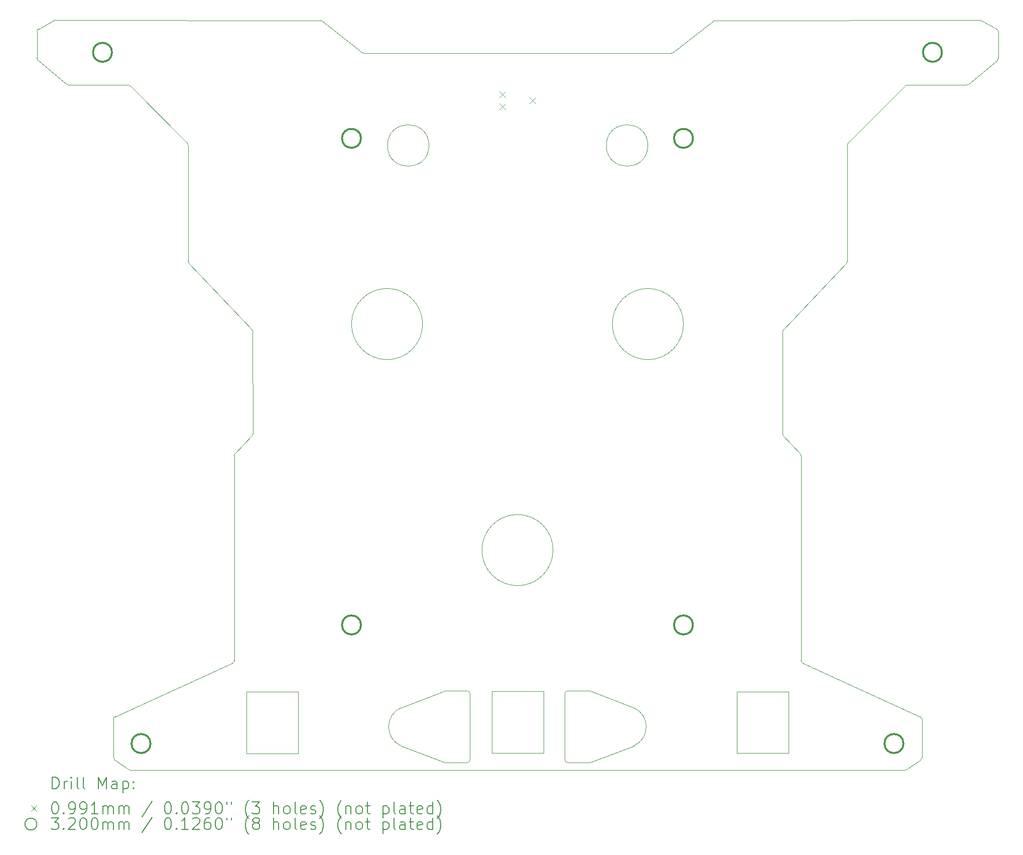
<source format=gbr>
%TF.GenerationSoftware,KiCad,Pcbnew,8.0.2*%
%TF.CreationDate,2025-01-25T18:37:30-07:00*%
%TF.ProjectId,steering wheel v4,73746565-7269-46e6-9720-776865656c20,rev?*%
%TF.SameCoordinates,Original*%
%TF.FileFunction,Drillmap*%
%TF.FilePolarity,Positive*%
%FSLAX45Y45*%
G04 Gerber Fmt 4.5, Leading zero omitted, Abs format (unit mm)*
G04 Created by KiCad (PCBNEW 8.0.2) date 2025-01-25 18:37:30*
%MOMM*%
%LPD*%
G01*
G04 APERTURE LIST*
%ADD10C,0.050000*%
%ADD11C,0.200000*%
%ADD12C,0.100000*%
%ADD13C,0.320000*%
G04 APERTURE END LIST*
D10*
X10709954Y-7767673D02*
G75*
G02*
X10723747Y-7801989I-36194J-34477D01*
G01*
X8670357Y-15200000D02*
X15195075Y-15200000D01*
X21728393Y-3665936D02*
G75*
G02*
X21763748Y-3651290I35357J-35354D01*
G01*
X14392000Y-15021221D02*
X14392000Y-13911221D01*
X20753088Y-4661952D02*
X20753088Y-6621239D01*
X22013038Y-14340931D02*
X22013038Y-14987505D01*
X7087112Y-2750819D02*
G75*
G02*
X7112971Y-2707036I49998J-1D01*
G01*
X22995149Y-2558644D02*
G75*
G02*
X23019324Y-2564857I31J-50017D01*
G01*
X20004776Y-13392137D02*
X21983799Y-14295446D01*
X20753088Y-4661952D02*
G75*
G02*
X20767734Y-4626597I49992J2D01*
G01*
X8670357Y-15200000D02*
G75*
G02*
X8642584Y-15191575I3J50000D01*
G01*
X7395000Y-2558644D02*
X11864912Y-2561530D01*
X17811605Y-3105691D02*
G75*
G02*
X17780820Y-3116291I-30785J39401D01*
G01*
X21747567Y-15191576D02*
G75*
G02*
X21719793Y-15199999I-27767J41556D01*
G01*
X22013038Y-14987505D02*
G75*
G02*
X21990813Y-15029084I-49998J-5D01*
G01*
X8377112Y-14340931D02*
G75*
G02*
X8406351Y-14295446I49998J2D01*
G01*
X22765042Y-3651291D02*
X21763748Y-3651291D01*
X19666402Y-7801989D02*
X19660605Y-9523879D01*
X13972680Y-13861000D02*
X14342030Y-13861221D01*
X13972680Y-15071000D02*
X14341970Y-15071221D01*
X21990812Y-15029082D02*
X21747567Y-15191576D01*
X19666402Y-7801989D02*
G75*
G02*
X19680194Y-7767670I50019J-171D01*
G01*
X23277180Y-2707034D02*
G75*
G02*
X23303036Y-2750819I-24130J-43776D01*
G01*
X20753088Y-6621239D02*
G75*
G02*
X20739293Y-6655724I-49998J-1D01*
G01*
X8399338Y-15029082D02*
X8642583Y-15191576D01*
X16040970Y-15071779D02*
G75*
G02*
X15991001Y-15021779I30J49999D01*
G01*
X16040970Y-15071779D02*
X16410320Y-15072000D01*
X23277180Y-2707034D02*
X23019324Y-2564858D01*
X15991000Y-13911779D02*
G75*
G02*
X16041030Y-13861780I50000J-1D01*
G01*
X10414612Y-13346651D02*
G75*
G02*
X10385374Y-13392137I-50002J1D01*
G01*
X10723748Y-7801989D02*
X10729545Y-9523879D01*
X19975538Y-9898607D02*
X19975538Y-13346651D01*
X12609329Y-3116291D02*
G75*
G02*
X12578545Y-3105691I1J50001D01*
G01*
X22995149Y-2558644D02*
X18525238Y-2561530D01*
X17391075Y-4669392D02*
G75*
G02*
X16691075Y-4669392I-350000J0D01*
G01*
X16691075Y-4669392D02*
G75*
G02*
X17391075Y-4669392I350000J0D01*
G01*
X18494486Y-2572131D02*
G75*
G02*
X18525238Y-2561530I30784J-39400D01*
G01*
X7370826Y-2564858D02*
G75*
G02*
X7395000Y-2558645I24134J-43762D01*
G01*
X9650856Y-6655724D02*
X10709954Y-7767673D01*
X19674178Y-9558298D02*
G75*
G02*
X19660606Y-9523879I36422J34248D01*
G01*
X10414612Y-9898607D02*
X10414612Y-13346651D01*
X7625107Y-3651291D02*
X8626402Y-3651291D01*
X22796905Y-3639824D02*
G75*
G02*
X22765042Y-3651292I-31866J38534D01*
G01*
X8377112Y-14340931D02*
X8377112Y-14987505D01*
X9622417Y-4626596D02*
G75*
G02*
X9637064Y-4661952I-35367J-35364D01*
G01*
X7105249Y-3236289D02*
X7593244Y-3639824D01*
X15792112Y-11488791D02*
G75*
G02*
X14592112Y-11488791I-600000J0D01*
G01*
X14592112Y-11488791D02*
G75*
G02*
X15792112Y-11488791I600000J0D01*
G01*
X23303038Y-3197757D02*
G75*
G02*
X23284899Y-3236287I-49988J-3D01*
G01*
X8661757Y-3665936D02*
X9622417Y-4626596D01*
X8399338Y-15029082D02*
G75*
G02*
X8377115Y-14987505I27772J41572D01*
G01*
X7625107Y-3651291D02*
G75*
G02*
X7593245Y-3639823I3J50001D01*
G01*
X10428186Y-9864355D02*
X10715971Y-9558298D01*
X13228680Y-14787000D02*
G75*
G02*
X13228680Y-14145000I140000J321000D01*
G01*
X7112970Y-2707034D02*
X7370826Y-2564858D01*
X16041030Y-13861779D02*
X16410320Y-13862000D01*
X20004776Y-13392137D02*
G75*
G02*
X19975538Y-13346651I20764J45487D01*
G01*
X23284901Y-3236289D02*
X22796905Y-3639824D01*
X13699075Y-4669392D02*
G75*
G02*
X12999075Y-4669392I-350000J0D01*
G01*
X12999075Y-4669392D02*
G75*
G02*
X13699075Y-4669392I350000J0D01*
G01*
X21719793Y-15200000D02*
X15195075Y-15200000D01*
X16410320Y-15072000D02*
X17154320Y-14788000D01*
X7087112Y-3197757D02*
X7087112Y-2750819D01*
X15195075Y-3116291D02*
X17780820Y-3116291D01*
X15991000Y-15021779D02*
X15991000Y-13911779D01*
X13592112Y-7678791D02*
G75*
G02*
X12392112Y-7678791I-600000J0D01*
G01*
X12392112Y-7678791D02*
G75*
G02*
X13592112Y-7678791I600000J0D01*
G01*
X9650856Y-6655724D02*
G75*
G02*
X9637062Y-6621239I36204J34484D01*
G01*
X15195075Y-3116291D02*
X12609329Y-3116291D01*
X10729545Y-9523879D02*
G75*
G02*
X10715972Y-9558299I-49995J-171D01*
G01*
X10414612Y-9898607D02*
G75*
G02*
X10428188Y-9864357I49998J-3D01*
G01*
X20739293Y-6655724D02*
X19680196Y-7767673D01*
X14392000Y-15021221D02*
G75*
G02*
X14341970Y-15071220I-50000J1D01*
G01*
X9637062Y-4661952D02*
X9637062Y-6621239D01*
X11864912Y-2561530D02*
G75*
G02*
X11895664Y-2572130I-32J-50000D01*
G01*
X11895664Y-2572131D02*
X12578545Y-3105691D01*
X23303038Y-3197757D02*
X23303038Y-2750819D01*
X19961964Y-9864355D02*
X19674178Y-9558298D01*
X14342030Y-13861221D02*
G75*
G02*
X14391999Y-13911221I-30J-49999D01*
G01*
X13972680Y-15071000D02*
X13228680Y-14787000D01*
X17154320Y-14146000D02*
G75*
G02*
X17154320Y-14788000I-140000J-321000D01*
G01*
X16410320Y-13862000D02*
X17154320Y-14146000D01*
X21728393Y-3665936D02*
X20767733Y-4626596D01*
X13972680Y-13861000D02*
X13228680Y-14145000D01*
X17992112Y-7678791D02*
G75*
G02*
X16792112Y-7678791I-600000J0D01*
G01*
X16792112Y-7678791D02*
G75*
G02*
X17992112Y-7678791I600000J0D01*
G01*
X7105249Y-3236289D02*
G75*
G02*
X7087110Y-3197757I31871J38539D01*
G01*
X10385374Y-13392137D02*
X8406351Y-14295446D01*
X18494486Y-2572131D02*
X17811605Y-3105691D01*
X21983799Y-14295446D02*
G75*
G02*
X22013038Y-14340931I-20759J-45484D01*
G01*
X8626402Y-3651291D02*
G75*
G02*
X8661756Y-3665937I-2J-49999D01*
G01*
X19961964Y-9864355D02*
G75*
G02*
X19975541Y-9898607I-36424J-34255D01*
G01*
X19764612Y-14908791D02*
X18894612Y-14908791D01*
X18894612Y-13873791D01*
X19764612Y-13873791D01*
X19764612Y-14908791D01*
X15629612Y-14906291D02*
X14759612Y-14906291D01*
X14759612Y-13871291D01*
X15629612Y-13871291D01*
X15629612Y-14906291D01*
X11494612Y-14913791D02*
X10624612Y-14913791D01*
X10624612Y-13878791D01*
X11494612Y-13878791D01*
X11494612Y-14913791D01*
D11*
D12*
X14888582Y-3757661D02*
X14987642Y-3856721D01*
X14987642Y-3757661D02*
X14888582Y-3856721D01*
X14888582Y-3960861D02*
X14987642Y-4059921D01*
X14987642Y-3960861D02*
X14888582Y-4059921D01*
X15396582Y-3859261D02*
X15495642Y-3958321D01*
X15495642Y-3859261D02*
X15396582Y-3958321D01*
D13*
X8352112Y-3098791D02*
G75*
G02*
X8032112Y-3098791I-160000J0D01*
G01*
X8032112Y-3098791D02*
G75*
G02*
X8352112Y-3098791I160000J0D01*
G01*
X9002112Y-14748791D02*
G75*
G02*
X8682112Y-14748791I-160000J0D01*
G01*
X8682112Y-14748791D02*
G75*
G02*
X9002112Y-14748791I160000J0D01*
G01*
X12552112Y-4548791D02*
G75*
G02*
X12232112Y-4548791I-160000J0D01*
G01*
X12232112Y-4548791D02*
G75*
G02*
X12552112Y-4548791I160000J0D01*
G01*
X12552112Y-12750000D02*
G75*
G02*
X12232112Y-12750000I-160000J0D01*
G01*
X12232112Y-12750000D02*
G75*
G02*
X12552112Y-12750000I160000J0D01*
G01*
X18152112Y-4548791D02*
G75*
G02*
X17832112Y-4548791I-160000J0D01*
G01*
X17832112Y-4548791D02*
G75*
G02*
X18152112Y-4548791I160000J0D01*
G01*
X18152112Y-12750000D02*
G75*
G02*
X17832112Y-12750000I-160000J0D01*
G01*
X17832112Y-12750000D02*
G75*
G02*
X18152112Y-12750000I160000J0D01*
G01*
X21702112Y-14748791D02*
G75*
G02*
X21382112Y-14748791I-160000J0D01*
G01*
X21382112Y-14748791D02*
G75*
G02*
X21702112Y-14748791I160000J0D01*
G01*
X22352112Y-3098791D02*
G75*
G02*
X22032112Y-3098791I-160000J0D01*
G01*
X22032112Y-3098791D02*
G75*
G02*
X22352112Y-3098791I160000J0D01*
G01*
D11*
X7345389Y-15513984D02*
X7345389Y-15313984D01*
X7345389Y-15313984D02*
X7393008Y-15313984D01*
X7393008Y-15313984D02*
X7421579Y-15323508D01*
X7421579Y-15323508D02*
X7440627Y-15342555D01*
X7440627Y-15342555D02*
X7450151Y-15361603D01*
X7450151Y-15361603D02*
X7459675Y-15399698D01*
X7459675Y-15399698D02*
X7459675Y-15428269D01*
X7459675Y-15428269D02*
X7450151Y-15466365D01*
X7450151Y-15466365D02*
X7440627Y-15485412D01*
X7440627Y-15485412D02*
X7421579Y-15504460D01*
X7421579Y-15504460D02*
X7393008Y-15513984D01*
X7393008Y-15513984D02*
X7345389Y-15513984D01*
X7545389Y-15513984D02*
X7545389Y-15380650D01*
X7545389Y-15418746D02*
X7554913Y-15399698D01*
X7554913Y-15399698D02*
X7564437Y-15390174D01*
X7564437Y-15390174D02*
X7583484Y-15380650D01*
X7583484Y-15380650D02*
X7602532Y-15380650D01*
X7669198Y-15513984D02*
X7669198Y-15380650D01*
X7669198Y-15313984D02*
X7659675Y-15323508D01*
X7659675Y-15323508D02*
X7669198Y-15333031D01*
X7669198Y-15333031D02*
X7678722Y-15323508D01*
X7678722Y-15323508D02*
X7669198Y-15313984D01*
X7669198Y-15313984D02*
X7669198Y-15333031D01*
X7793008Y-15513984D02*
X7773960Y-15504460D01*
X7773960Y-15504460D02*
X7764437Y-15485412D01*
X7764437Y-15485412D02*
X7764437Y-15313984D01*
X7897770Y-15513984D02*
X7878722Y-15504460D01*
X7878722Y-15504460D02*
X7869198Y-15485412D01*
X7869198Y-15485412D02*
X7869198Y-15313984D01*
X8126341Y-15513984D02*
X8126341Y-15313984D01*
X8126341Y-15313984D02*
X8193008Y-15456841D01*
X8193008Y-15456841D02*
X8259675Y-15313984D01*
X8259675Y-15313984D02*
X8259675Y-15513984D01*
X8440627Y-15513984D02*
X8440627Y-15409222D01*
X8440627Y-15409222D02*
X8431103Y-15390174D01*
X8431103Y-15390174D02*
X8412056Y-15380650D01*
X8412056Y-15380650D02*
X8373960Y-15380650D01*
X8373960Y-15380650D02*
X8354913Y-15390174D01*
X8440627Y-15504460D02*
X8421580Y-15513984D01*
X8421580Y-15513984D02*
X8373960Y-15513984D01*
X8373960Y-15513984D02*
X8354913Y-15504460D01*
X8354913Y-15504460D02*
X8345389Y-15485412D01*
X8345389Y-15485412D02*
X8345389Y-15466365D01*
X8345389Y-15466365D02*
X8354913Y-15447317D01*
X8354913Y-15447317D02*
X8373960Y-15437793D01*
X8373960Y-15437793D02*
X8421580Y-15437793D01*
X8421580Y-15437793D02*
X8440627Y-15428269D01*
X8535865Y-15380650D02*
X8535865Y-15580650D01*
X8535865Y-15390174D02*
X8554913Y-15380650D01*
X8554913Y-15380650D02*
X8593008Y-15380650D01*
X8593008Y-15380650D02*
X8612056Y-15390174D01*
X8612056Y-15390174D02*
X8621580Y-15399698D01*
X8621580Y-15399698D02*
X8631103Y-15418746D01*
X8631103Y-15418746D02*
X8631103Y-15475888D01*
X8631103Y-15475888D02*
X8621580Y-15494936D01*
X8621580Y-15494936D02*
X8612056Y-15504460D01*
X8612056Y-15504460D02*
X8593008Y-15513984D01*
X8593008Y-15513984D02*
X8554913Y-15513984D01*
X8554913Y-15513984D02*
X8535865Y-15504460D01*
X8716818Y-15494936D02*
X8726341Y-15504460D01*
X8726341Y-15504460D02*
X8716818Y-15513984D01*
X8716818Y-15513984D02*
X8707294Y-15504460D01*
X8707294Y-15504460D02*
X8716818Y-15494936D01*
X8716818Y-15494936D02*
X8716818Y-15513984D01*
X8716818Y-15390174D02*
X8726341Y-15399698D01*
X8726341Y-15399698D02*
X8716818Y-15409222D01*
X8716818Y-15409222D02*
X8707294Y-15399698D01*
X8707294Y-15399698D02*
X8716818Y-15390174D01*
X8716818Y-15390174D02*
X8716818Y-15409222D01*
D12*
X6985552Y-15792970D02*
X7084612Y-15892030D01*
X7084612Y-15792970D02*
X6985552Y-15892030D01*
D11*
X7383484Y-15733984D02*
X7402532Y-15733984D01*
X7402532Y-15733984D02*
X7421579Y-15743508D01*
X7421579Y-15743508D02*
X7431103Y-15753031D01*
X7431103Y-15753031D02*
X7440627Y-15772079D01*
X7440627Y-15772079D02*
X7450151Y-15810174D01*
X7450151Y-15810174D02*
X7450151Y-15857793D01*
X7450151Y-15857793D02*
X7440627Y-15895888D01*
X7440627Y-15895888D02*
X7431103Y-15914936D01*
X7431103Y-15914936D02*
X7421579Y-15924460D01*
X7421579Y-15924460D02*
X7402532Y-15933984D01*
X7402532Y-15933984D02*
X7383484Y-15933984D01*
X7383484Y-15933984D02*
X7364437Y-15924460D01*
X7364437Y-15924460D02*
X7354913Y-15914936D01*
X7354913Y-15914936D02*
X7345389Y-15895888D01*
X7345389Y-15895888D02*
X7335865Y-15857793D01*
X7335865Y-15857793D02*
X7335865Y-15810174D01*
X7335865Y-15810174D02*
X7345389Y-15772079D01*
X7345389Y-15772079D02*
X7354913Y-15753031D01*
X7354913Y-15753031D02*
X7364437Y-15743508D01*
X7364437Y-15743508D02*
X7383484Y-15733984D01*
X7535865Y-15914936D02*
X7545389Y-15924460D01*
X7545389Y-15924460D02*
X7535865Y-15933984D01*
X7535865Y-15933984D02*
X7526341Y-15924460D01*
X7526341Y-15924460D02*
X7535865Y-15914936D01*
X7535865Y-15914936D02*
X7535865Y-15933984D01*
X7640627Y-15933984D02*
X7678722Y-15933984D01*
X7678722Y-15933984D02*
X7697770Y-15924460D01*
X7697770Y-15924460D02*
X7707294Y-15914936D01*
X7707294Y-15914936D02*
X7726341Y-15886365D01*
X7726341Y-15886365D02*
X7735865Y-15848269D01*
X7735865Y-15848269D02*
X7735865Y-15772079D01*
X7735865Y-15772079D02*
X7726341Y-15753031D01*
X7726341Y-15753031D02*
X7716818Y-15743508D01*
X7716818Y-15743508D02*
X7697770Y-15733984D01*
X7697770Y-15733984D02*
X7659675Y-15733984D01*
X7659675Y-15733984D02*
X7640627Y-15743508D01*
X7640627Y-15743508D02*
X7631103Y-15753031D01*
X7631103Y-15753031D02*
X7621579Y-15772079D01*
X7621579Y-15772079D02*
X7621579Y-15819698D01*
X7621579Y-15819698D02*
X7631103Y-15838746D01*
X7631103Y-15838746D02*
X7640627Y-15848269D01*
X7640627Y-15848269D02*
X7659675Y-15857793D01*
X7659675Y-15857793D02*
X7697770Y-15857793D01*
X7697770Y-15857793D02*
X7716818Y-15848269D01*
X7716818Y-15848269D02*
X7726341Y-15838746D01*
X7726341Y-15838746D02*
X7735865Y-15819698D01*
X7831103Y-15933984D02*
X7869198Y-15933984D01*
X7869198Y-15933984D02*
X7888246Y-15924460D01*
X7888246Y-15924460D02*
X7897770Y-15914936D01*
X7897770Y-15914936D02*
X7916818Y-15886365D01*
X7916818Y-15886365D02*
X7926341Y-15848269D01*
X7926341Y-15848269D02*
X7926341Y-15772079D01*
X7926341Y-15772079D02*
X7916818Y-15753031D01*
X7916818Y-15753031D02*
X7907294Y-15743508D01*
X7907294Y-15743508D02*
X7888246Y-15733984D01*
X7888246Y-15733984D02*
X7850151Y-15733984D01*
X7850151Y-15733984D02*
X7831103Y-15743508D01*
X7831103Y-15743508D02*
X7821579Y-15753031D01*
X7821579Y-15753031D02*
X7812056Y-15772079D01*
X7812056Y-15772079D02*
X7812056Y-15819698D01*
X7812056Y-15819698D02*
X7821579Y-15838746D01*
X7821579Y-15838746D02*
X7831103Y-15848269D01*
X7831103Y-15848269D02*
X7850151Y-15857793D01*
X7850151Y-15857793D02*
X7888246Y-15857793D01*
X7888246Y-15857793D02*
X7907294Y-15848269D01*
X7907294Y-15848269D02*
X7916818Y-15838746D01*
X7916818Y-15838746D02*
X7926341Y-15819698D01*
X8116818Y-15933984D02*
X8002532Y-15933984D01*
X8059675Y-15933984D02*
X8059675Y-15733984D01*
X8059675Y-15733984D02*
X8040627Y-15762555D01*
X8040627Y-15762555D02*
X8021579Y-15781603D01*
X8021579Y-15781603D02*
X8002532Y-15791127D01*
X8202532Y-15933984D02*
X8202532Y-15800650D01*
X8202532Y-15819698D02*
X8212056Y-15810174D01*
X8212056Y-15810174D02*
X8231103Y-15800650D01*
X8231103Y-15800650D02*
X8259675Y-15800650D01*
X8259675Y-15800650D02*
X8278722Y-15810174D01*
X8278722Y-15810174D02*
X8288246Y-15829222D01*
X8288246Y-15829222D02*
X8288246Y-15933984D01*
X8288246Y-15829222D02*
X8297770Y-15810174D01*
X8297770Y-15810174D02*
X8316818Y-15800650D01*
X8316818Y-15800650D02*
X8345389Y-15800650D01*
X8345389Y-15800650D02*
X8364437Y-15810174D01*
X8364437Y-15810174D02*
X8373960Y-15829222D01*
X8373960Y-15829222D02*
X8373960Y-15933984D01*
X8469199Y-15933984D02*
X8469199Y-15800650D01*
X8469199Y-15819698D02*
X8478722Y-15810174D01*
X8478722Y-15810174D02*
X8497770Y-15800650D01*
X8497770Y-15800650D02*
X8526342Y-15800650D01*
X8526342Y-15800650D02*
X8545389Y-15810174D01*
X8545389Y-15810174D02*
X8554913Y-15829222D01*
X8554913Y-15829222D02*
X8554913Y-15933984D01*
X8554913Y-15829222D02*
X8564437Y-15810174D01*
X8564437Y-15810174D02*
X8583484Y-15800650D01*
X8583484Y-15800650D02*
X8612056Y-15800650D01*
X8612056Y-15800650D02*
X8631103Y-15810174D01*
X8631103Y-15810174D02*
X8640627Y-15829222D01*
X8640627Y-15829222D02*
X8640627Y-15933984D01*
X9031103Y-15724460D02*
X8859675Y-15981603D01*
X9288246Y-15733984D02*
X9307294Y-15733984D01*
X9307294Y-15733984D02*
X9326342Y-15743508D01*
X9326342Y-15743508D02*
X9335865Y-15753031D01*
X9335865Y-15753031D02*
X9345389Y-15772079D01*
X9345389Y-15772079D02*
X9354913Y-15810174D01*
X9354913Y-15810174D02*
X9354913Y-15857793D01*
X9354913Y-15857793D02*
X9345389Y-15895888D01*
X9345389Y-15895888D02*
X9335865Y-15914936D01*
X9335865Y-15914936D02*
X9326342Y-15924460D01*
X9326342Y-15924460D02*
X9307294Y-15933984D01*
X9307294Y-15933984D02*
X9288246Y-15933984D01*
X9288246Y-15933984D02*
X9269199Y-15924460D01*
X9269199Y-15924460D02*
X9259675Y-15914936D01*
X9259675Y-15914936D02*
X9250151Y-15895888D01*
X9250151Y-15895888D02*
X9240627Y-15857793D01*
X9240627Y-15857793D02*
X9240627Y-15810174D01*
X9240627Y-15810174D02*
X9250151Y-15772079D01*
X9250151Y-15772079D02*
X9259675Y-15753031D01*
X9259675Y-15753031D02*
X9269199Y-15743508D01*
X9269199Y-15743508D02*
X9288246Y-15733984D01*
X9440627Y-15914936D02*
X9450151Y-15924460D01*
X9450151Y-15924460D02*
X9440627Y-15933984D01*
X9440627Y-15933984D02*
X9431104Y-15924460D01*
X9431104Y-15924460D02*
X9440627Y-15914936D01*
X9440627Y-15914936D02*
X9440627Y-15933984D01*
X9573961Y-15733984D02*
X9593008Y-15733984D01*
X9593008Y-15733984D02*
X9612056Y-15743508D01*
X9612056Y-15743508D02*
X9621580Y-15753031D01*
X9621580Y-15753031D02*
X9631104Y-15772079D01*
X9631104Y-15772079D02*
X9640627Y-15810174D01*
X9640627Y-15810174D02*
X9640627Y-15857793D01*
X9640627Y-15857793D02*
X9631104Y-15895888D01*
X9631104Y-15895888D02*
X9621580Y-15914936D01*
X9621580Y-15914936D02*
X9612056Y-15924460D01*
X9612056Y-15924460D02*
X9593008Y-15933984D01*
X9593008Y-15933984D02*
X9573961Y-15933984D01*
X9573961Y-15933984D02*
X9554913Y-15924460D01*
X9554913Y-15924460D02*
X9545389Y-15914936D01*
X9545389Y-15914936D02*
X9535865Y-15895888D01*
X9535865Y-15895888D02*
X9526342Y-15857793D01*
X9526342Y-15857793D02*
X9526342Y-15810174D01*
X9526342Y-15810174D02*
X9535865Y-15772079D01*
X9535865Y-15772079D02*
X9545389Y-15753031D01*
X9545389Y-15753031D02*
X9554913Y-15743508D01*
X9554913Y-15743508D02*
X9573961Y-15733984D01*
X9707294Y-15733984D02*
X9831104Y-15733984D01*
X9831104Y-15733984D02*
X9764437Y-15810174D01*
X9764437Y-15810174D02*
X9793008Y-15810174D01*
X9793008Y-15810174D02*
X9812056Y-15819698D01*
X9812056Y-15819698D02*
X9821580Y-15829222D01*
X9821580Y-15829222D02*
X9831104Y-15848269D01*
X9831104Y-15848269D02*
X9831104Y-15895888D01*
X9831104Y-15895888D02*
X9821580Y-15914936D01*
X9821580Y-15914936D02*
X9812056Y-15924460D01*
X9812056Y-15924460D02*
X9793008Y-15933984D01*
X9793008Y-15933984D02*
X9735865Y-15933984D01*
X9735865Y-15933984D02*
X9716818Y-15924460D01*
X9716818Y-15924460D02*
X9707294Y-15914936D01*
X9926342Y-15933984D02*
X9964437Y-15933984D01*
X9964437Y-15933984D02*
X9983485Y-15924460D01*
X9983485Y-15924460D02*
X9993008Y-15914936D01*
X9993008Y-15914936D02*
X10012056Y-15886365D01*
X10012056Y-15886365D02*
X10021580Y-15848269D01*
X10021580Y-15848269D02*
X10021580Y-15772079D01*
X10021580Y-15772079D02*
X10012056Y-15753031D01*
X10012056Y-15753031D02*
X10002532Y-15743508D01*
X10002532Y-15743508D02*
X9983485Y-15733984D01*
X9983485Y-15733984D02*
X9945389Y-15733984D01*
X9945389Y-15733984D02*
X9926342Y-15743508D01*
X9926342Y-15743508D02*
X9916818Y-15753031D01*
X9916818Y-15753031D02*
X9907294Y-15772079D01*
X9907294Y-15772079D02*
X9907294Y-15819698D01*
X9907294Y-15819698D02*
X9916818Y-15838746D01*
X9916818Y-15838746D02*
X9926342Y-15848269D01*
X9926342Y-15848269D02*
X9945389Y-15857793D01*
X9945389Y-15857793D02*
X9983485Y-15857793D01*
X9983485Y-15857793D02*
X10002532Y-15848269D01*
X10002532Y-15848269D02*
X10012056Y-15838746D01*
X10012056Y-15838746D02*
X10021580Y-15819698D01*
X10145389Y-15733984D02*
X10164437Y-15733984D01*
X10164437Y-15733984D02*
X10183485Y-15743508D01*
X10183485Y-15743508D02*
X10193008Y-15753031D01*
X10193008Y-15753031D02*
X10202532Y-15772079D01*
X10202532Y-15772079D02*
X10212056Y-15810174D01*
X10212056Y-15810174D02*
X10212056Y-15857793D01*
X10212056Y-15857793D02*
X10202532Y-15895888D01*
X10202532Y-15895888D02*
X10193008Y-15914936D01*
X10193008Y-15914936D02*
X10183485Y-15924460D01*
X10183485Y-15924460D02*
X10164437Y-15933984D01*
X10164437Y-15933984D02*
X10145389Y-15933984D01*
X10145389Y-15933984D02*
X10126342Y-15924460D01*
X10126342Y-15924460D02*
X10116818Y-15914936D01*
X10116818Y-15914936D02*
X10107294Y-15895888D01*
X10107294Y-15895888D02*
X10097770Y-15857793D01*
X10097770Y-15857793D02*
X10097770Y-15810174D01*
X10097770Y-15810174D02*
X10107294Y-15772079D01*
X10107294Y-15772079D02*
X10116818Y-15753031D01*
X10116818Y-15753031D02*
X10126342Y-15743508D01*
X10126342Y-15743508D02*
X10145389Y-15733984D01*
X10288246Y-15733984D02*
X10288246Y-15772079D01*
X10364437Y-15733984D02*
X10364437Y-15772079D01*
X10659675Y-16010174D02*
X10650151Y-16000650D01*
X10650151Y-16000650D02*
X10631104Y-15972079D01*
X10631104Y-15972079D02*
X10621580Y-15953031D01*
X10621580Y-15953031D02*
X10612056Y-15924460D01*
X10612056Y-15924460D02*
X10602532Y-15876841D01*
X10602532Y-15876841D02*
X10602532Y-15838746D01*
X10602532Y-15838746D02*
X10612056Y-15791127D01*
X10612056Y-15791127D02*
X10621580Y-15762555D01*
X10621580Y-15762555D02*
X10631104Y-15743508D01*
X10631104Y-15743508D02*
X10650151Y-15714936D01*
X10650151Y-15714936D02*
X10659675Y-15705412D01*
X10716818Y-15733984D02*
X10840627Y-15733984D01*
X10840627Y-15733984D02*
X10773961Y-15810174D01*
X10773961Y-15810174D02*
X10802532Y-15810174D01*
X10802532Y-15810174D02*
X10821580Y-15819698D01*
X10821580Y-15819698D02*
X10831104Y-15829222D01*
X10831104Y-15829222D02*
X10840627Y-15848269D01*
X10840627Y-15848269D02*
X10840627Y-15895888D01*
X10840627Y-15895888D02*
X10831104Y-15914936D01*
X10831104Y-15914936D02*
X10821580Y-15924460D01*
X10821580Y-15924460D02*
X10802532Y-15933984D01*
X10802532Y-15933984D02*
X10745389Y-15933984D01*
X10745389Y-15933984D02*
X10726342Y-15924460D01*
X10726342Y-15924460D02*
X10716818Y-15914936D01*
X11078723Y-15933984D02*
X11078723Y-15733984D01*
X11164437Y-15933984D02*
X11164437Y-15829222D01*
X11164437Y-15829222D02*
X11154913Y-15810174D01*
X11154913Y-15810174D02*
X11135866Y-15800650D01*
X11135866Y-15800650D02*
X11107294Y-15800650D01*
X11107294Y-15800650D02*
X11088247Y-15810174D01*
X11088247Y-15810174D02*
X11078723Y-15819698D01*
X11288246Y-15933984D02*
X11269199Y-15924460D01*
X11269199Y-15924460D02*
X11259675Y-15914936D01*
X11259675Y-15914936D02*
X11250151Y-15895888D01*
X11250151Y-15895888D02*
X11250151Y-15838746D01*
X11250151Y-15838746D02*
X11259675Y-15819698D01*
X11259675Y-15819698D02*
X11269199Y-15810174D01*
X11269199Y-15810174D02*
X11288246Y-15800650D01*
X11288246Y-15800650D02*
X11316818Y-15800650D01*
X11316818Y-15800650D02*
X11335866Y-15810174D01*
X11335866Y-15810174D02*
X11345389Y-15819698D01*
X11345389Y-15819698D02*
X11354913Y-15838746D01*
X11354913Y-15838746D02*
X11354913Y-15895888D01*
X11354913Y-15895888D02*
X11345389Y-15914936D01*
X11345389Y-15914936D02*
X11335866Y-15924460D01*
X11335866Y-15924460D02*
X11316818Y-15933984D01*
X11316818Y-15933984D02*
X11288246Y-15933984D01*
X11469199Y-15933984D02*
X11450151Y-15924460D01*
X11450151Y-15924460D02*
X11440627Y-15905412D01*
X11440627Y-15905412D02*
X11440627Y-15733984D01*
X11621580Y-15924460D02*
X11602532Y-15933984D01*
X11602532Y-15933984D02*
X11564437Y-15933984D01*
X11564437Y-15933984D02*
X11545389Y-15924460D01*
X11545389Y-15924460D02*
X11535866Y-15905412D01*
X11535866Y-15905412D02*
X11535866Y-15829222D01*
X11535866Y-15829222D02*
X11545389Y-15810174D01*
X11545389Y-15810174D02*
X11564437Y-15800650D01*
X11564437Y-15800650D02*
X11602532Y-15800650D01*
X11602532Y-15800650D02*
X11621580Y-15810174D01*
X11621580Y-15810174D02*
X11631104Y-15829222D01*
X11631104Y-15829222D02*
X11631104Y-15848269D01*
X11631104Y-15848269D02*
X11535866Y-15867317D01*
X11707294Y-15924460D02*
X11726342Y-15933984D01*
X11726342Y-15933984D02*
X11764437Y-15933984D01*
X11764437Y-15933984D02*
X11783485Y-15924460D01*
X11783485Y-15924460D02*
X11793008Y-15905412D01*
X11793008Y-15905412D02*
X11793008Y-15895888D01*
X11793008Y-15895888D02*
X11783485Y-15876841D01*
X11783485Y-15876841D02*
X11764437Y-15867317D01*
X11764437Y-15867317D02*
X11735866Y-15867317D01*
X11735866Y-15867317D02*
X11716818Y-15857793D01*
X11716818Y-15857793D02*
X11707294Y-15838746D01*
X11707294Y-15838746D02*
X11707294Y-15829222D01*
X11707294Y-15829222D02*
X11716818Y-15810174D01*
X11716818Y-15810174D02*
X11735866Y-15800650D01*
X11735866Y-15800650D02*
X11764437Y-15800650D01*
X11764437Y-15800650D02*
X11783485Y-15810174D01*
X11859675Y-16010174D02*
X11869199Y-16000650D01*
X11869199Y-16000650D02*
X11888247Y-15972079D01*
X11888247Y-15972079D02*
X11897770Y-15953031D01*
X11897770Y-15953031D02*
X11907294Y-15924460D01*
X11907294Y-15924460D02*
X11916818Y-15876841D01*
X11916818Y-15876841D02*
X11916818Y-15838746D01*
X11916818Y-15838746D02*
X11907294Y-15791127D01*
X11907294Y-15791127D02*
X11897770Y-15762555D01*
X11897770Y-15762555D02*
X11888247Y-15743508D01*
X11888247Y-15743508D02*
X11869199Y-15714936D01*
X11869199Y-15714936D02*
X11859675Y-15705412D01*
X12221580Y-16010174D02*
X12212056Y-16000650D01*
X12212056Y-16000650D02*
X12193008Y-15972079D01*
X12193008Y-15972079D02*
X12183485Y-15953031D01*
X12183485Y-15953031D02*
X12173961Y-15924460D01*
X12173961Y-15924460D02*
X12164437Y-15876841D01*
X12164437Y-15876841D02*
X12164437Y-15838746D01*
X12164437Y-15838746D02*
X12173961Y-15791127D01*
X12173961Y-15791127D02*
X12183485Y-15762555D01*
X12183485Y-15762555D02*
X12193008Y-15743508D01*
X12193008Y-15743508D02*
X12212056Y-15714936D01*
X12212056Y-15714936D02*
X12221580Y-15705412D01*
X12297770Y-15800650D02*
X12297770Y-15933984D01*
X12297770Y-15819698D02*
X12307294Y-15810174D01*
X12307294Y-15810174D02*
X12326342Y-15800650D01*
X12326342Y-15800650D02*
X12354913Y-15800650D01*
X12354913Y-15800650D02*
X12373961Y-15810174D01*
X12373961Y-15810174D02*
X12383485Y-15829222D01*
X12383485Y-15829222D02*
X12383485Y-15933984D01*
X12507294Y-15933984D02*
X12488247Y-15924460D01*
X12488247Y-15924460D02*
X12478723Y-15914936D01*
X12478723Y-15914936D02*
X12469199Y-15895888D01*
X12469199Y-15895888D02*
X12469199Y-15838746D01*
X12469199Y-15838746D02*
X12478723Y-15819698D01*
X12478723Y-15819698D02*
X12488247Y-15810174D01*
X12488247Y-15810174D02*
X12507294Y-15800650D01*
X12507294Y-15800650D02*
X12535866Y-15800650D01*
X12535866Y-15800650D02*
X12554913Y-15810174D01*
X12554913Y-15810174D02*
X12564437Y-15819698D01*
X12564437Y-15819698D02*
X12573961Y-15838746D01*
X12573961Y-15838746D02*
X12573961Y-15895888D01*
X12573961Y-15895888D02*
X12564437Y-15914936D01*
X12564437Y-15914936D02*
X12554913Y-15924460D01*
X12554913Y-15924460D02*
X12535866Y-15933984D01*
X12535866Y-15933984D02*
X12507294Y-15933984D01*
X12631104Y-15800650D02*
X12707294Y-15800650D01*
X12659675Y-15733984D02*
X12659675Y-15905412D01*
X12659675Y-15905412D02*
X12669199Y-15924460D01*
X12669199Y-15924460D02*
X12688247Y-15933984D01*
X12688247Y-15933984D02*
X12707294Y-15933984D01*
X12926342Y-15800650D02*
X12926342Y-16000650D01*
X12926342Y-15810174D02*
X12945389Y-15800650D01*
X12945389Y-15800650D02*
X12983485Y-15800650D01*
X12983485Y-15800650D02*
X13002532Y-15810174D01*
X13002532Y-15810174D02*
X13012056Y-15819698D01*
X13012056Y-15819698D02*
X13021580Y-15838746D01*
X13021580Y-15838746D02*
X13021580Y-15895888D01*
X13021580Y-15895888D02*
X13012056Y-15914936D01*
X13012056Y-15914936D02*
X13002532Y-15924460D01*
X13002532Y-15924460D02*
X12983485Y-15933984D01*
X12983485Y-15933984D02*
X12945389Y-15933984D01*
X12945389Y-15933984D02*
X12926342Y-15924460D01*
X13135866Y-15933984D02*
X13116818Y-15924460D01*
X13116818Y-15924460D02*
X13107294Y-15905412D01*
X13107294Y-15905412D02*
X13107294Y-15733984D01*
X13297770Y-15933984D02*
X13297770Y-15829222D01*
X13297770Y-15829222D02*
X13288247Y-15810174D01*
X13288247Y-15810174D02*
X13269199Y-15800650D01*
X13269199Y-15800650D02*
X13231104Y-15800650D01*
X13231104Y-15800650D02*
X13212056Y-15810174D01*
X13297770Y-15924460D02*
X13278723Y-15933984D01*
X13278723Y-15933984D02*
X13231104Y-15933984D01*
X13231104Y-15933984D02*
X13212056Y-15924460D01*
X13212056Y-15924460D02*
X13202532Y-15905412D01*
X13202532Y-15905412D02*
X13202532Y-15886365D01*
X13202532Y-15886365D02*
X13212056Y-15867317D01*
X13212056Y-15867317D02*
X13231104Y-15857793D01*
X13231104Y-15857793D02*
X13278723Y-15857793D01*
X13278723Y-15857793D02*
X13297770Y-15848269D01*
X13364437Y-15800650D02*
X13440628Y-15800650D01*
X13393009Y-15733984D02*
X13393009Y-15905412D01*
X13393009Y-15905412D02*
X13402532Y-15924460D01*
X13402532Y-15924460D02*
X13421580Y-15933984D01*
X13421580Y-15933984D02*
X13440628Y-15933984D01*
X13583485Y-15924460D02*
X13564437Y-15933984D01*
X13564437Y-15933984D02*
X13526342Y-15933984D01*
X13526342Y-15933984D02*
X13507294Y-15924460D01*
X13507294Y-15924460D02*
X13497770Y-15905412D01*
X13497770Y-15905412D02*
X13497770Y-15829222D01*
X13497770Y-15829222D02*
X13507294Y-15810174D01*
X13507294Y-15810174D02*
X13526342Y-15800650D01*
X13526342Y-15800650D02*
X13564437Y-15800650D01*
X13564437Y-15800650D02*
X13583485Y-15810174D01*
X13583485Y-15810174D02*
X13593009Y-15829222D01*
X13593009Y-15829222D02*
X13593009Y-15848269D01*
X13593009Y-15848269D02*
X13497770Y-15867317D01*
X13764437Y-15933984D02*
X13764437Y-15733984D01*
X13764437Y-15924460D02*
X13745390Y-15933984D01*
X13745390Y-15933984D02*
X13707294Y-15933984D01*
X13707294Y-15933984D02*
X13688247Y-15924460D01*
X13688247Y-15924460D02*
X13678723Y-15914936D01*
X13678723Y-15914936D02*
X13669199Y-15895888D01*
X13669199Y-15895888D02*
X13669199Y-15838746D01*
X13669199Y-15838746D02*
X13678723Y-15819698D01*
X13678723Y-15819698D02*
X13688247Y-15810174D01*
X13688247Y-15810174D02*
X13707294Y-15800650D01*
X13707294Y-15800650D02*
X13745390Y-15800650D01*
X13745390Y-15800650D02*
X13764437Y-15810174D01*
X13840628Y-16010174D02*
X13850151Y-16000650D01*
X13850151Y-16000650D02*
X13869199Y-15972079D01*
X13869199Y-15972079D02*
X13878723Y-15953031D01*
X13878723Y-15953031D02*
X13888247Y-15924460D01*
X13888247Y-15924460D02*
X13897770Y-15876841D01*
X13897770Y-15876841D02*
X13897770Y-15838746D01*
X13897770Y-15838746D02*
X13888247Y-15791127D01*
X13888247Y-15791127D02*
X13878723Y-15762555D01*
X13878723Y-15762555D02*
X13869199Y-15743508D01*
X13869199Y-15743508D02*
X13850151Y-15714936D01*
X13850151Y-15714936D02*
X13840628Y-15705412D01*
X7084612Y-16106500D02*
G75*
G02*
X6884612Y-16106500I-100000J0D01*
G01*
X6884612Y-16106500D02*
G75*
G02*
X7084612Y-16106500I100000J0D01*
G01*
X7326341Y-15997984D02*
X7450151Y-15997984D01*
X7450151Y-15997984D02*
X7383484Y-16074174D01*
X7383484Y-16074174D02*
X7412056Y-16074174D01*
X7412056Y-16074174D02*
X7431103Y-16083698D01*
X7431103Y-16083698D02*
X7440627Y-16093222D01*
X7440627Y-16093222D02*
X7450151Y-16112269D01*
X7450151Y-16112269D02*
X7450151Y-16159888D01*
X7450151Y-16159888D02*
X7440627Y-16178936D01*
X7440627Y-16178936D02*
X7431103Y-16188460D01*
X7431103Y-16188460D02*
X7412056Y-16197984D01*
X7412056Y-16197984D02*
X7354913Y-16197984D01*
X7354913Y-16197984D02*
X7335865Y-16188460D01*
X7335865Y-16188460D02*
X7326341Y-16178936D01*
X7535865Y-16178936D02*
X7545389Y-16188460D01*
X7545389Y-16188460D02*
X7535865Y-16197984D01*
X7535865Y-16197984D02*
X7526341Y-16188460D01*
X7526341Y-16188460D02*
X7535865Y-16178936D01*
X7535865Y-16178936D02*
X7535865Y-16197984D01*
X7621579Y-16017031D02*
X7631103Y-16007508D01*
X7631103Y-16007508D02*
X7650151Y-15997984D01*
X7650151Y-15997984D02*
X7697770Y-15997984D01*
X7697770Y-15997984D02*
X7716818Y-16007508D01*
X7716818Y-16007508D02*
X7726341Y-16017031D01*
X7726341Y-16017031D02*
X7735865Y-16036079D01*
X7735865Y-16036079D02*
X7735865Y-16055127D01*
X7735865Y-16055127D02*
X7726341Y-16083698D01*
X7726341Y-16083698D02*
X7612056Y-16197984D01*
X7612056Y-16197984D02*
X7735865Y-16197984D01*
X7859675Y-15997984D02*
X7878722Y-15997984D01*
X7878722Y-15997984D02*
X7897770Y-16007508D01*
X7897770Y-16007508D02*
X7907294Y-16017031D01*
X7907294Y-16017031D02*
X7916818Y-16036079D01*
X7916818Y-16036079D02*
X7926341Y-16074174D01*
X7926341Y-16074174D02*
X7926341Y-16121793D01*
X7926341Y-16121793D02*
X7916818Y-16159888D01*
X7916818Y-16159888D02*
X7907294Y-16178936D01*
X7907294Y-16178936D02*
X7897770Y-16188460D01*
X7897770Y-16188460D02*
X7878722Y-16197984D01*
X7878722Y-16197984D02*
X7859675Y-16197984D01*
X7859675Y-16197984D02*
X7840627Y-16188460D01*
X7840627Y-16188460D02*
X7831103Y-16178936D01*
X7831103Y-16178936D02*
X7821579Y-16159888D01*
X7821579Y-16159888D02*
X7812056Y-16121793D01*
X7812056Y-16121793D02*
X7812056Y-16074174D01*
X7812056Y-16074174D02*
X7821579Y-16036079D01*
X7821579Y-16036079D02*
X7831103Y-16017031D01*
X7831103Y-16017031D02*
X7840627Y-16007508D01*
X7840627Y-16007508D02*
X7859675Y-15997984D01*
X8050151Y-15997984D02*
X8069199Y-15997984D01*
X8069199Y-15997984D02*
X8088246Y-16007508D01*
X8088246Y-16007508D02*
X8097770Y-16017031D01*
X8097770Y-16017031D02*
X8107294Y-16036079D01*
X8107294Y-16036079D02*
X8116818Y-16074174D01*
X8116818Y-16074174D02*
X8116818Y-16121793D01*
X8116818Y-16121793D02*
X8107294Y-16159888D01*
X8107294Y-16159888D02*
X8097770Y-16178936D01*
X8097770Y-16178936D02*
X8088246Y-16188460D01*
X8088246Y-16188460D02*
X8069199Y-16197984D01*
X8069199Y-16197984D02*
X8050151Y-16197984D01*
X8050151Y-16197984D02*
X8031103Y-16188460D01*
X8031103Y-16188460D02*
X8021579Y-16178936D01*
X8021579Y-16178936D02*
X8012056Y-16159888D01*
X8012056Y-16159888D02*
X8002532Y-16121793D01*
X8002532Y-16121793D02*
X8002532Y-16074174D01*
X8002532Y-16074174D02*
X8012056Y-16036079D01*
X8012056Y-16036079D02*
X8021579Y-16017031D01*
X8021579Y-16017031D02*
X8031103Y-16007508D01*
X8031103Y-16007508D02*
X8050151Y-15997984D01*
X8202532Y-16197984D02*
X8202532Y-16064650D01*
X8202532Y-16083698D02*
X8212056Y-16074174D01*
X8212056Y-16074174D02*
X8231103Y-16064650D01*
X8231103Y-16064650D02*
X8259675Y-16064650D01*
X8259675Y-16064650D02*
X8278722Y-16074174D01*
X8278722Y-16074174D02*
X8288246Y-16093222D01*
X8288246Y-16093222D02*
X8288246Y-16197984D01*
X8288246Y-16093222D02*
X8297770Y-16074174D01*
X8297770Y-16074174D02*
X8316818Y-16064650D01*
X8316818Y-16064650D02*
X8345389Y-16064650D01*
X8345389Y-16064650D02*
X8364437Y-16074174D01*
X8364437Y-16074174D02*
X8373960Y-16093222D01*
X8373960Y-16093222D02*
X8373960Y-16197984D01*
X8469199Y-16197984D02*
X8469199Y-16064650D01*
X8469199Y-16083698D02*
X8478722Y-16074174D01*
X8478722Y-16074174D02*
X8497770Y-16064650D01*
X8497770Y-16064650D02*
X8526342Y-16064650D01*
X8526342Y-16064650D02*
X8545389Y-16074174D01*
X8545389Y-16074174D02*
X8554913Y-16093222D01*
X8554913Y-16093222D02*
X8554913Y-16197984D01*
X8554913Y-16093222D02*
X8564437Y-16074174D01*
X8564437Y-16074174D02*
X8583484Y-16064650D01*
X8583484Y-16064650D02*
X8612056Y-16064650D01*
X8612056Y-16064650D02*
X8631103Y-16074174D01*
X8631103Y-16074174D02*
X8640627Y-16093222D01*
X8640627Y-16093222D02*
X8640627Y-16197984D01*
X9031103Y-15988460D02*
X8859675Y-16245603D01*
X9288246Y-15997984D02*
X9307294Y-15997984D01*
X9307294Y-15997984D02*
X9326342Y-16007508D01*
X9326342Y-16007508D02*
X9335865Y-16017031D01*
X9335865Y-16017031D02*
X9345389Y-16036079D01*
X9345389Y-16036079D02*
X9354913Y-16074174D01*
X9354913Y-16074174D02*
X9354913Y-16121793D01*
X9354913Y-16121793D02*
X9345389Y-16159888D01*
X9345389Y-16159888D02*
X9335865Y-16178936D01*
X9335865Y-16178936D02*
X9326342Y-16188460D01*
X9326342Y-16188460D02*
X9307294Y-16197984D01*
X9307294Y-16197984D02*
X9288246Y-16197984D01*
X9288246Y-16197984D02*
X9269199Y-16188460D01*
X9269199Y-16188460D02*
X9259675Y-16178936D01*
X9259675Y-16178936D02*
X9250151Y-16159888D01*
X9250151Y-16159888D02*
X9240627Y-16121793D01*
X9240627Y-16121793D02*
X9240627Y-16074174D01*
X9240627Y-16074174D02*
X9250151Y-16036079D01*
X9250151Y-16036079D02*
X9259675Y-16017031D01*
X9259675Y-16017031D02*
X9269199Y-16007508D01*
X9269199Y-16007508D02*
X9288246Y-15997984D01*
X9440627Y-16178936D02*
X9450151Y-16188460D01*
X9450151Y-16188460D02*
X9440627Y-16197984D01*
X9440627Y-16197984D02*
X9431104Y-16188460D01*
X9431104Y-16188460D02*
X9440627Y-16178936D01*
X9440627Y-16178936D02*
X9440627Y-16197984D01*
X9640627Y-16197984D02*
X9526342Y-16197984D01*
X9583484Y-16197984D02*
X9583484Y-15997984D01*
X9583484Y-15997984D02*
X9564437Y-16026555D01*
X9564437Y-16026555D02*
X9545389Y-16045603D01*
X9545389Y-16045603D02*
X9526342Y-16055127D01*
X9716818Y-16017031D02*
X9726342Y-16007508D01*
X9726342Y-16007508D02*
X9745389Y-15997984D01*
X9745389Y-15997984D02*
X9793008Y-15997984D01*
X9793008Y-15997984D02*
X9812056Y-16007508D01*
X9812056Y-16007508D02*
X9821580Y-16017031D01*
X9821580Y-16017031D02*
X9831104Y-16036079D01*
X9831104Y-16036079D02*
X9831104Y-16055127D01*
X9831104Y-16055127D02*
X9821580Y-16083698D01*
X9821580Y-16083698D02*
X9707294Y-16197984D01*
X9707294Y-16197984D02*
X9831104Y-16197984D01*
X10002532Y-15997984D02*
X9964437Y-15997984D01*
X9964437Y-15997984D02*
X9945389Y-16007508D01*
X9945389Y-16007508D02*
X9935865Y-16017031D01*
X9935865Y-16017031D02*
X9916818Y-16045603D01*
X9916818Y-16045603D02*
X9907294Y-16083698D01*
X9907294Y-16083698D02*
X9907294Y-16159888D01*
X9907294Y-16159888D02*
X9916818Y-16178936D01*
X9916818Y-16178936D02*
X9926342Y-16188460D01*
X9926342Y-16188460D02*
X9945389Y-16197984D01*
X9945389Y-16197984D02*
X9983485Y-16197984D01*
X9983485Y-16197984D02*
X10002532Y-16188460D01*
X10002532Y-16188460D02*
X10012056Y-16178936D01*
X10012056Y-16178936D02*
X10021580Y-16159888D01*
X10021580Y-16159888D02*
X10021580Y-16112269D01*
X10021580Y-16112269D02*
X10012056Y-16093222D01*
X10012056Y-16093222D02*
X10002532Y-16083698D01*
X10002532Y-16083698D02*
X9983485Y-16074174D01*
X9983485Y-16074174D02*
X9945389Y-16074174D01*
X9945389Y-16074174D02*
X9926342Y-16083698D01*
X9926342Y-16083698D02*
X9916818Y-16093222D01*
X9916818Y-16093222D02*
X9907294Y-16112269D01*
X10145389Y-15997984D02*
X10164437Y-15997984D01*
X10164437Y-15997984D02*
X10183485Y-16007508D01*
X10183485Y-16007508D02*
X10193008Y-16017031D01*
X10193008Y-16017031D02*
X10202532Y-16036079D01*
X10202532Y-16036079D02*
X10212056Y-16074174D01*
X10212056Y-16074174D02*
X10212056Y-16121793D01*
X10212056Y-16121793D02*
X10202532Y-16159888D01*
X10202532Y-16159888D02*
X10193008Y-16178936D01*
X10193008Y-16178936D02*
X10183485Y-16188460D01*
X10183485Y-16188460D02*
X10164437Y-16197984D01*
X10164437Y-16197984D02*
X10145389Y-16197984D01*
X10145389Y-16197984D02*
X10126342Y-16188460D01*
X10126342Y-16188460D02*
X10116818Y-16178936D01*
X10116818Y-16178936D02*
X10107294Y-16159888D01*
X10107294Y-16159888D02*
X10097770Y-16121793D01*
X10097770Y-16121793D02*
X10097770Y-16074174D01*
X10097770Y-16074174D02*
X10107294Y-16036079D01*
X10107294Y-16036079D02*
X10116818Y-16017031D01*
X10116818Y-16017031D02*
X10126342Y-16007508D01*
X10126342Y-16007508D02*
X10145389Y-15997984D01*
X10288246Y-15997984D02*
X10288246Y-16036079D01*
X10364437Y-15997984D02*
X10364437Y-16036079D01*
X10659675Y-16274174D02*
X10650151Y-16264650D01*
X10650151Y-16264650D02*
X10631104Y-16236079D01*
X10631104Y-16236079D02*
X10621580Y-16217031D01*
X10621580Y-16217031D02*
X10612056Y-16188460D01*
X10612056Y-16188460D02*
X10602532Y-16140841D01*
X10602532Y-16140841D02*
X10602532Y-16102746D01*
X10602532Y-16102746D02*
X10612056Y-16055127D01*
X10612056Y-16055127D02*
X10621580Y-16026555D01*
X10621580Y-16026555D02*
X10631104Y-16007508D01*
X10631104Y-16007508D02*
X10650151Y-15978936D01*
X10650151Y-15978936D02*
X10659675Y-15969412D01*
X10764437Y-16083698D02*
X10745389Y-16074174D01*
X10745389Y-16074174D02*
X10735866Y-16064650D01*
X10735866Y-16064650D02*
X10726342Y-16045603D01*
X10726342Y-16045603D02*
X10726342Y-16036079D01*
X10726342Y-16036079D02*
X10735866Y-16017031D01*
X10735866Y-16017031D02*
X10745389Y-16007508D01*
X10745389Y-16007508D02*
X10764437Y-15997984D01*
X10764437Y-15997984D02*
X10802532Y-15997984D01*
X10802532Y-15997984D02*
X10821580Y-16007508D01*
X10821580Y-16007508D02*
X10831104Y-16017031D01*
X10831104Y-16017031D02*
X10840627Y-16036079D01*
X10840627Y-16036079D02*
X10840627Y-16045603D01*
X10840627Y-16045603D02*
X10831104Y-16064650D01*
X10831104Y-16064650D02*
X10821580Y-16074174D01*
X10821580Y-16074174D02*
X10802532Y-16083698D01*
X10802532Y-16083698D02*
X10764437Y-16083698D01*
X10764437Y-16083698D02*
X10745389Y-16093222D01*
X10745389Y-16093222D02*
X10735866Y-16102746D01*
X10735866Y-16102746D02*
X10726342Y-16121793D01*
X10726342Y-16121793D02*
X10726342Y-16159888D01*
X10726342Y-16159888D02*
X10735866Y-16178936D01*
X10735866Y-16178936D02*
X10745389Y-16188460D01*
X10745389Y-16188460D02*
X10764437Y-16197984D01*
X10764437Y-16197984D02*
X10802532Y-16197984D01*
X10802532Y-16197984D02*
X10821580Y-16188460D01*
X10821580Y-16188460D02*
X10831104Y-16178936D01*
X10831104Y-16178936D02*
X10840627Y-16159888D01*
X10840627Y-16159888D02*
X10840627Y-16121793D01*
X10840627Y-16121793D02*
X10831104Y-16102746D01*
X10831104Y-16102746D02*
X10821580Y-16093222D01*
X10821580Y-16093222D02*
X10802532Y-16083698D01*
X11078723Y-16197984D02*
X11078723Y-15997984D01*
X11164437Y-16197984D02*
X11164437Y-16093222D01*
X11164437Y-16093222D02*
X11154913Y-16074174D01*
X11154913Y-16074174D02*
X11135866Y-16064650D01*
X11135866Y-16064650D02*
X11107294Y-16064650D01*
X11107294Y-16064650D02*
X11088247Y-16074174D01*
X11088247Y-16074174D02*
X11078723Y-16083698D01*
X11288246Y-16197984D02*
X11269199Y-16188460D01*
X11269199Y-16188460D02*
X11259675Y-16178936D01*
X11259675Y-16178936D02*
X11250151Y-16159888D01*
X11250151Y-16159888D02*
X11250151Y-16102746D01*
X11250151Y-16102746D02*
X11259675Y-16083698D01*
X11259675Y-16083698D02*
X11269199Y-16074174D01*
X11269199Y-16074174D02*
X11288246Y-16064650D01*
X11288246Y-16064650D02*
X11316818Y-16064650D01*
X11316818Y-16064650D02*
X11335866Y-16074174D01*
X11335866Y-16074174D02*
X11345389Y-16083698D01*
X11345389Y-16083698D02*
X11354913Y-16102746D01*
X11354913Y-16102746D02*
X11354913Y-16159888D01*
X11354913Y-16159888D02*
X11345389Y-16178936D01*
X11345389Y-16178936D02*
X11335866Y-16188460D01*
X11335866Y-16188460D02*
X11316818Y-16197984D01*
X11316818Y-16197984D02*
X11288246Y-16197984D01*
X11469199Y-16197984D02*
X11450151Y-16188460D01*
X11450151Y-16188460D02*
X11440627Y-16169412D01*
X11440627Y-16169412D02*
X11440627Y-15997984D01*
X11621580Y-16188460D02*
X11602532Y-16197984D01*
X11602532Y-16197984D02*
X11564437Y-16197984D01*
X11564437Y-16197984D02*
X11545389Y-16188460D01*
X11545389Y-16188460D02*
X11535866Y-16169412D01*
X11535866Y-16169412D02*
X11535866Y-16093222D01*
X11535866Y-16093222D02*
X11545389Y-16074174D01*
X11545389Y-16074174D02*
X11564437Y-16064650D01*
X11564437Y-16064650D02*
X11602532Y-16064650D01*
X11602532Y-16064650D02*
X11621580Y-16074174D01*
X11621580Y-16074174D02*
X11631104Y-16093222D01*
X11631104Y-16093222D02*
X11631104Y-16112269D01*
X11631104Y-16112269D02*
X11535866Y-16131317D01*
X11707294Y-16188460D02*
X11726342Y-16197984D01*
X11726342Y-16197984D02*
X11764437Y-16197984D01*
X11764437Y-16197984D02*
X11783485Y-16188460D01*
X11783485Y-16188460D02*
X11793008Y-16169412D01*
X11793008Y-16169412D02*
X11793008Y-16159888D01*
X11793008Y-16159888D02*
X11783485Y-16140841D01*
X11783485Y-16140841D02*
X11764437Y-16131317D01*
X11764437Y-16131317D02*
X11735866Y-16131317D01*
X11735866Y-16131317D02*
X11716818Y-16121793D01*
X11716818Y-16121793D02*
X11707294Y-16102746D01*
X11707294Y-16102746D02*
X11707294Y-16093222D01*
X11707294Y-16093222D02*
X11716818Y-16074174D01*
X11716818Y-16074174D02*
X11735866Y-16064650D01*
X11735866Y-16064650D02*
X11764437Y-16064650D01*
X11764437Y-16064650D02*
X11783485Y-16074174D01*
X11859675Y-16274174D02*
X11869199Y-16264650D01*
X11869199Y-16264650D02*
X11888247Y-16236079D01*
X11888247Y-16236079D02*
X11897770Y-16217031D01*
X11897770Y-16217031D02*
X11907294Y-16188460D01*
X11907294Y-16188460D02*
X11916818Y-16140841D01*
X11916818Y-16140841D02*
X11916818Y-16102746D01*
X11916818Y-16102746D02*
X11907294Y-16055127D01*
X11907294Y-16055127D02*
X11897770Y-16026555D01*
X11897770Y-16026555D02*
X11888247Y-16007508D01*
X11888247Y-16007508D02*
X11869199Y-15978936D01*
X11869199Y-15978936D02*
X11859675Y-15969412D01*
X12221580Y-16274174D02*
X12212056Y-16264650D01*
X12212056Y-16264650D02*
X12193008Y-16236079D01*
X12193008Y-16236079D02*
X12183485Y-16217031D01*
X12183485Y-16217031D02*
X12173961Y-16188460D01*
X12173961Y-16188460D02*
X12164437Y-16140841D01*
X12164437Y-16140841D02*
X12164437Y-16102746D01*
X12164437Y-16102746D02*
X12173961Y-16055127D01*
X12173961Y-16055127D02*
X12183485Y-16026555D01*
X12183485Y-16026555D02*
X12193008Y-16007508D01*
X12193008Y-16007508D02*
X12212056Y-15978936D01*
X12212056Y-15978936D02*
X12221580Y-15969412D01*
X12297770Y-16064650D02*
X12297770Y-16197984D01*
X12297770Y-16083698D02*
X12307294Y-16074174D01*
X12307294Y-16074174D02*
X12326342Y-16064650D01*
X12326342Y-16064650D02*
X12354913Y-16064650D01*
X12354913Y-16064650D02*
X12373961Y-16074174D01*
X12373961Y-16074174D02*
X12383485Y-16093222D01*
X12383485Y-16093222D02*
X12383485Y-16197984D01*
X12507294Y-16197984D02*
X12488247Y-16188460D01*
X12488247Y-16188460D02*
X12478723Y-16178936D01*
X12478723Y-16178936D02*
X12469199Y-16159888D01*
X12469199Y-16159888D02*
X12469199Y-16102746D01*
X12469199Y-16102746D02*
X12478723Y-16083698D01*
X12478723Y-16083698D02*
X12488247Y-16074174D01*
X12488247Y-16074174D02*
X12507294Y-16064650D01*
X12507294Y-16064650D02*
X12535866Y-16064650D01*
X12535866Y-16064650D02*
X12554913Y-16074174D01*
X12554913Y-16074174D02*
X12564437Y-16083698D01*
X12564437Y-16083698D02*
X12573961Y-16102746D01*
X12573961Y-16102746D02*
X12573961Y-16159888D01*
X12573961Y-16159888D02*
X12564437Y-16178936D01*
X12564437Y-16178936D02*
X12554913Y-16188460D01*
X12554913Y-16188460D02*
X12535866Y-16197984D01*
X12535866Y-16197984D02*
X12507294Y-16197984D01*
X12631104Y-16064650D02*
X12707294Y-16064650D01*
X12659675Y-15997984D02*
X12659675Y-16169412D01*
X12659675Y-16169412D02*
X12669199Y-16188460D01*
X12669199Y-16188460D02*
X12688247Y-16197984D01*
X12688247Y-16197984D02*
X12707294Y-16197984D01*
X12926342Y-16064650D02*
X12926342Y-16264650D01*
X12926342Y-16074174D02*
X12945389Y-16064650D01*
X12945389Y-16064650D02*
X12983485Y-16064650D01*
X12983485Y-16064650D02*
X13002532Y-16074174D01*
X13002532Y-16074174D02*
X13012056Y-16083698D01*
X13012056Y-16083698D02*
X13021580Y-16102746D01*
X13021580Y-16102746D02*
X13021580Y-16159888D01*
X13021580Y-16159888D02*
X13012056Y-16178936D01*
X13012056Y-16178936D02*
X13002532Y-16188460D01*
X13002532Y-16188460D02*
X12983485Y-16197984D01*
X12983485Y-16197984D02*
X12945389Y-16197984D01*
X12945389Y-16197984D02*
X12926342Y-16188460D01*
X13135866Y-16197984D02*
X13116818Y-16188460D01*
X13116818Y-16188460D02*
X13107294Y-16169412D01*
X13107294Y-16169412D02*
X13107294Y-15997984D01*
X13297770Y-16197984D02*
X13297770Y-16093222D01*
X13297770Y-16093222D02*
X13288247Y-16074174D01*
X13288247Y-16074174D02*
X13269199Y-16064650D01*
X13269199Y-16064650D02*
X13231104Y-16064650D01*
X13231104Y-16064650D02*
X13212056Y-16074174D01*
X13297770Y-16188460D02*
X13278723Y-16197984D01*
X13278723Y-16197984D02*
X13231104Y-16197984D01*
X13231104Y-16197984D02*
X13212056Y-16188460D01*
X13212056Y-16188460D02*
X13202532Y-16169412D01*
X13202532Y-16169412D02*
X13202532Y-16150365D01*
X13202532Y-16150365D02*
X13212056Y-16131317D01*
X13212056Y-16131317D02*
X13231104Y-16121793D01*
X13231104Y-16121793D02*
X13278723Y-16121793D01*
X13278723Y-16121793D02*
X13297770Y-16112269D01*
X13364437Y-16064650D02*
X13440628Y-16064650D01*
X13393009Y-15997984D02*
X13393009Y-16169412D01*
X13393009Y-16169412D02*
X13402532Y-16188460D01*
X13402532Y-16188460D02*
X13421580Y-16197984D01*
X13421580Y-16197984D02*
X13440628Y-16197984D01*
X13583485Y-16188460D02*
X13564437Y-16197984D01*
X13564437Y-16197984D02*
X13526342Y-16197984D01*
X13526342Y-16197984D02*
X13507294Y-16188460D01*
X13507294Y-16188460D02*
X13497770Y-16169412D01*
X13497770Y-16169412D02*
X13497770Y-16093222D01*
X13497770Y-16093222D02*
X13507294Y-16074174D01*
X13507294Y-16074174D02*
X13526342Y-16064650D01*
X13526342Y-16064650D02*
X13564437Y-16064650D01*
X13564437Y-16064650D02*
X13583485Y-16074174D01*
X13583485Y-16074174D02*
X13593009Y-16093222D01*
X13593009Y-16093222D02*
X13593009Y-16112269D01*
X13593009Y-16112269D02*
X13497770Y-16131317D01*
X13764437Y-16197984D02*
X13764437Y-15997984D01*
X13764437Y-16188460D02*
X13745390Y-16197984D01*
X13745390Y-16197984D02*
X13707294Y-16197984D01*
X13707294Y-16197984D02*
X13688247Y-16188460D01*
X13688247Y-16188460D02*
X13678723Y-16178936D01*
X13678723Y-16178936D02*
X13669199Y-16159888D01*
X13669199Y-16159888D02*
X13669199Y-16102746D01*
X13669199Y-16102746D02*
X13678723Y-16083698D01*
X13678723Y-16083698D02*
X13688247Y-16074174D01*
X13688247Y-16074174D02*
X13707294Y-16064650D01*
X13707294Y-16064650D02*
X13745390Y-16064650D01*
X13745390Y-16064650D02*
X13764437Y-16074174D01*
X13840628Y-16274174D02*
X13850151Y-16264650D01*
X13850151Y-16264650D02*
X13869199Y-16236079D01*
X13869199Y-16236079D02*
X13878723Y-16217031D01*
X13878723Y-16217031D02*
X13888247Y-16188460D01*
X13888247Y-16188460D02*
X13897770Y-16140841D01*
X13897770Y-16140841D02*
X13897770Y-16102746D01*
X13897770Y-16102746D02*
X13888247Y-16055127D01*
X13888247Y-16055127D02*
X13878723Y-16026555D01*
X13878723Y-16026555D02*
X13869199Y-16007508D01*
X13869199Y-16007508D02*
X13850151Y-15978936D01*
X13850151Y-15978936D02*
X13840628Y-15969412D01*
M02*

</source>
